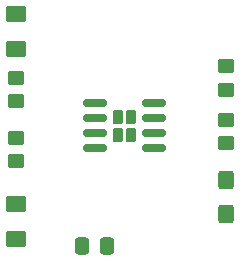
<source format=gbr>
%TF.GenerationSoftware,KiCad,Pcbnew,(6.0.10-0)*%
%TF.CreationDate,2023-02-16T14:33:40-08:00*%
%TF.ProjectId,Exercise 2,45786572-6369-4736-9520-322e6b696361,rev?*%
%TF.SameCoordinates,Original*%
%TF.FileFunction,Paste,Top*%
%TF.FilePolarity,Positive*%
%FSLAX46Y46*%
G04 Gerber Fmt 4.6, Leading zero omitted, Abs format (unit mm)*
G04 Created by KiCad (PCBNEW (6.0.10-0)) date 2023-02-16 14:33:40*
%MOMM*%
%LPD*%
G01*
G04 APERTURE LIST*
G04 Aperture macros list*
%AMRoundRect*
0 Rectangle with rounded corners*
0 $1 Rounding radius*
0 $2 $3 $4 $5 $6 $7 $8 $9 X,Y pos of 4 corners*
0 Add a 4 corners polygon primitive as box body*
4,1,4,$2,$3,$4,$5,$6,$7,$8,$9,$2,$3,0*
0 Add four circle primitives for the rounded corners*
1,1,$1+$1,$2,$3*
1,1,$1+$1,$4,$5*
1,1,$1+$1,$6,$7*
1,1,$1+$1,$8,$9*
0 Add four rect primitives between the rounded corners*
20,1,$1+$1,$2,$3,$4,$5,0*
20,1,$1+$1,$4,$5,$6,$7,0*
20,1,$1+$1,$6,$7,$8,$9,0*
20,1,$1+$1,$8,$9,$2,$3,0*%
G04 Aperture macros list end*
%ADD10RoundRect,0.230000X-0.230000X-0.375000X0.230000X-0.375000X0.230000X0.375000X-0.230000X0.375000X0*%
%ADD11RoundRect,0.150000X-0.825000X-0.150000X0.825000X-0.150000X0.825000X0.150000X-0.825000X0.150000X0*%
%ADD12RoundRect,0.250000X-0.450000X0.350000X-0.450000X-0.350000X0.450000X-0.350000X0.450000X0.350000X0*%
%ADD13RoundRect,0.250000X-0.425000X0.537500X-0.425000X-0.537500X0.425000X-0.537500X0.425000X0.537500X0*%
%ADD14RoundRect,0.250000X0.337500X0.475000X-0.337500X0.475000X-0.337500X-0.475000X0.337500X-0.475000X0*%
%ADD15RoundRect,0.250001X0.624999X-0.462499X0.624999X0.462499X-0.624999X0.462499X-0.624999X-0.462499X0*%
G04 APERTURE END LIST*
D10*
%TO.C,U1*%
X148906000Y-93714000D03*
X148906000Y-92214000D03*
X147766000Y-93714000D03*
X147766000Y-92214000D03*
D11*
X145861000Y-91059000D03*
X145861000Y-92329000D03*
X145861000Y-93599000D03*
X145861000Y-94869000D03*
X150811000Y-94869000D03*
X150811000Y-93599000D03*
X150811000Y-92329000D03*
X150811000Y-91059000D03*
%TD*%
D12*
%TO.C,R3*%
X139155500Y-88879500D03*
X139155500Y-90879500D03*
%TD*%
D13*
%TO.C,C1*%
X156972000Y-97526000D03*
X156972000Y-100401000D03*
%TD*%
D12*
%TO.C,R2*%
X156972000Y-92446000D03*
X156972000Y-94446000D03*
%TD*%
%TO.C,R4*%
X139171500Y-93959500D03*
X139171500Y-95959500D03*
%TD*%
%TO.C,R1*%
X156972000Y-87906000D03*
X156972000Y-89906000D03*
%TD*%
D14*
%TO.C,C2*%
X146833500Y-103145500D03*
X144758500Y-103145500D03*
%TD*%
D15*
%TO.C,D2*%
X139192000Y-102543000D03*
X139192000Y-99568000D03*
%TD*%
%TO.C,D1*%
X139155500Y-86457500D03*
X139155500Y-83482500D03*
%TD*%
M02*

</source>
